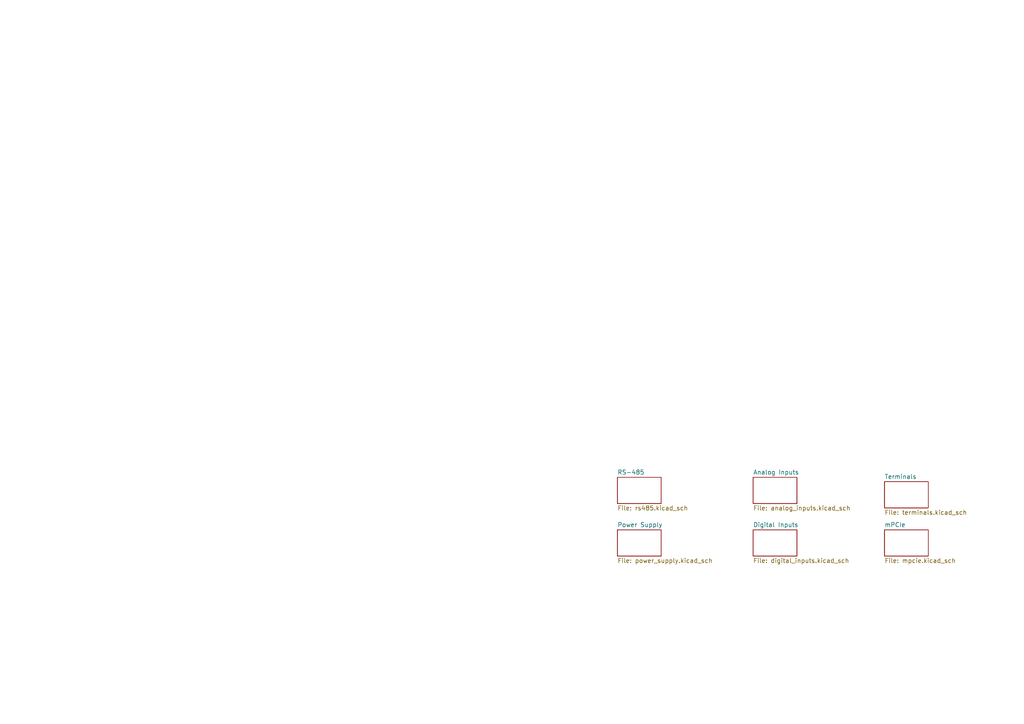
<source format=kicad_sch>
(kicad_sch
	(version 20231120)
	(generator "eeschema")
	(generator_version "8.0")
	(uuid "9f25808e-b525-4dd9-b9a0-a085d29b6aa9")
	(paper "A4")
	(title_block
		(title "ATL100 (Multiparametric Station)")
		(date "2024-07-01")
		(rev "v0.1.0-alpha")
		(company "AgroTechLab (Laboratório de Desenvolvimento de Tecnologias para o Agrongócio)")
		(comment 1 "IFSC/Lages (Instituto Federal de Santa Catarina)")
		(comment 2 "Confidential (access prohibited without signing a non-disclosure agreement)")
		(comment 3 "Author: Robson Costa (robson.costa@ifsc.edu.br)")
		(comment 4 "Total Supply Current: ??mA (??mA)")
	)
	(lib_symbols)
	(sheet
		(at 218.44 138.43)
		(size 12.7 7.62)
		(fields_autoplaced yes)
		(stroke
			(width 0.1524)
			(type solid)
		)
		(fill
			(color 0 0 0 0.0000)
		)
		(uuid "5530bead-de7e-46b4-9349-e7c1c0b65175")
		(property "Sheetname" "Analog Inputs"
			(at 218.44 137.7184 0)
			(effects
				(font
					(size 1.27 1.27)
				)
				(justify left bottom)
			)
		)
		(property "Sheetfile" "analog_inputs.kicad_sch"
			(at 218.44 146.6346 0)
			(effects
				(font
					(size 1.27 1.27)
				)
				(justify left top)
			)
		)
		(instances
			(project "atl100"
				(path "/9f25808e-b525-4dd9-b9a0-a085d29b6aa9"
					(page "4")
				)
			)
		)
	)
	(sheet
		(at 218.44 153.67)
		(size 12.7 7.62)
		(fields_autoplaced yes)
		(stroke
			(width 0.1524)
			(type solid)
		)
		(fill
			(color 0 0 0 0.0000)
		)
		(uuid "5eee3128-738f-4795-8fa6-4ed10161563c")
		(property "Sheetname" "Digital Inputs"
			(at 218.44 152.9584 0)
			(effects
				(font
					(size 1.27 1.27)
				)
				(justify left bottom)
			)
		)
		(property "Sheetfile" "digital_inputs.kicad_sch"
			(at 218.44 161.8746 0)
			(effects
				(font
					(size 1.27 1.27)
				)
				(justify left top)
			)
		)
		(instances
			(project "atl100"
				(path "/9f25808e-b525-4dd9-b9a0-a085d29b6aa9"
					(page "3")
				)
			)
		)
	)
	(sheet
		(at 179.07 138.43)
		(size 12.7 7.62)
		(fields_autoplaced yes)
		(stroke
			(width 0.1524)
			(type solid)
		)
		(fill
			(color 0 0 0 0.0000)
		)
		(uuid "e8e08cdc-edd7-4fb4-921c-3cc828512609")
		(property "Sheetname" "RS-485"
			(at 179.07 137.7184 0)
			(effects
				(font
					(size 1.27 1.27)
				)
				(justify left bottom)
			)
		)
		(property "Sheetfile" "rs485.kicad_sch"
			(at 179.07 146.6346 0)
			(effects
				(font
					(size 1.27 1.27)
				)
				(justify left top)
			)
		)
		(instances
			(project "atl100"
				(path "/9f25808e-b525-4dd9-b9a0-a085d29b6aa9"
					(page "5")
				)
			)
		)
	)
	(sheet
		(at 179.07 153.67)
		(size 12.7 7.62)
		(fields_autoplaced yes)
		(stroke
			(width 0.1524)
			(type solid)
		)
		(fill
			(color 0 0 0 0.0000)
		)
		(uuid "eaaf634d-252e-431d-b15b-fb2b1eecc847")
		(property "Sheetname" "Power Supply"
			(at 179.07 152.9584 0)
			(effects
				(font
					(size 1.27 1.27)
				)
				(justify left bottom)
			)
		)
		(property "Sheetfile" "power_supply.kicad_sch"
			(at 179.07 161.8746 0)
			(effects
				(font
					(size 1.27 1.27)
				)
				(justify left top)
			)
		)
		(instances
			(project "atl100"
				(path "/9f25808e-b525-4dd9-b9a0-a085d29b6aa9"
					(page "2")
				)
			)
		)
	)
	(sheet
		(at 256.54 153.67)
		(size 12.7 7.62)
		(fields_autoplaced yes)
		(stroke
			(width 0.1524)
			(type solid)
		)
		(fill
			(color 0 0 0 0.0000)
		)
		(uuid "f3eb8053-dba3-4ef9-9b33-ec72aa3624a7")
		(property "Sheetname" "mPCIe"
			(at 256.54 152.9584 0)
			(effects
				(font
					(size 1.27 1.27)
				)
				(justify left bottom)
			)
		)
		(property "Sheetfile" "mpcie.kicad_sch"
			(at 256.54 161.8746 0)
			(effects
				(font
					(size 1.27 1.27)
				)
				(justify left top)
			)
		)
		(instances
			(project "atl100"
				(path "/9f25808e-b525-4dd9-b9a0-a085d29b6aa9"
					(page "6")
				)
			)
		)
	)
	(sheet
		(at 256.54 139.7)
		(size 12.7 7.62)
		(fields_autoplaced yes)
		(stroke
			(width 0.1524)
			(type solid)
		)
		(fill
			(color 0 0 0 0.0000)
		)
		(uuid "f4015ec4-291b-42dc-92bb-09c8eb2ad1c1")
		(property "Sheetname" "Terminals"
			(at 256.54 138.9884 0)
			(effects
				(font
					(size 1.27 1.27)
				)
				(justify left bottom)
			)
		)
		(property "Sheetfile" "terminals.kicad_sch"
			(at 256.54 147.9046 0)
			(effects
				(font
					(size 1.27 1.27)
				)
				(justify left top)
			)
		)
		(instances
			(project "atl100"
				(path "/9f25808e-b525-4dd9-b9a0-a085d29b6aa9"
					(page "7")
				)
			)
		)
	)
	(sheet_instances
		(path "/"
			(page "1")
		)
	)
)

</source>
